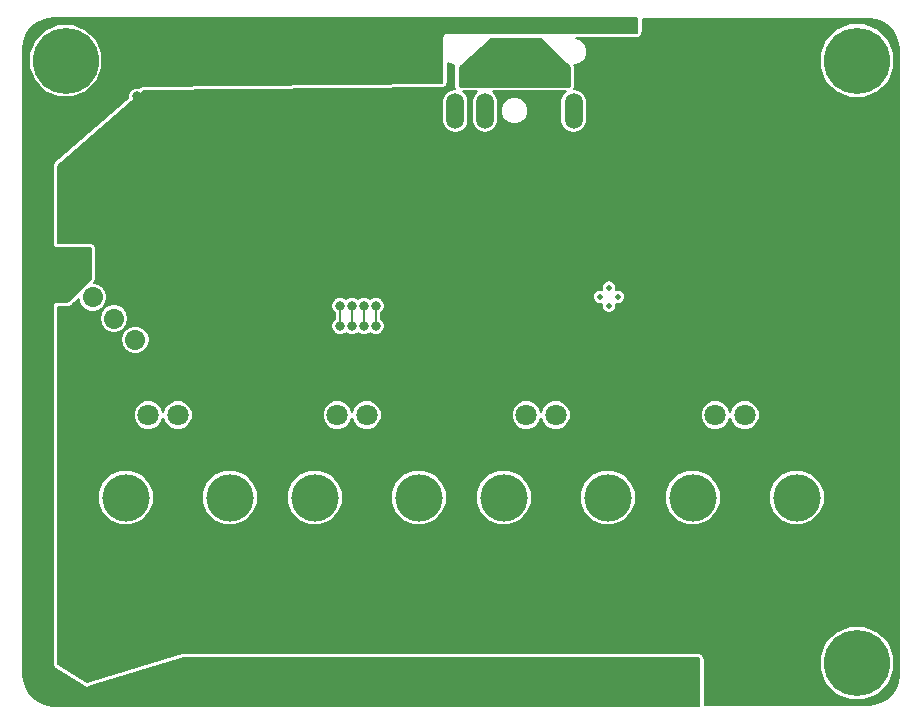
<source format=gbr>
G04 #@! TF.GenerationSoftware,KiCad,Pcbnew,(5.0.0)*
G04 #@! TF.CreationDate,2021-03-23T02:02:14-07:00*
G04 #@! TF.ProjectId,TheVolumeMixerV2,546865566F6C756D654D697865725632,rev?*
G04 #@! TF.SameCoordinates,Original*
G04 #@! TF.FileFunction,Copper,L2,Bot,Signal*
G04 #@! TF.FilePolarity,Positive*
%FSLAX46Y46*%
G04 Gerber Fmt 4.6, Leading zero omitted, Abs format (unit mm)*
G04 Created by KiCad (PCBNEW (5.0.0)) date 03/23/21 02:02:14*
%MOMM*%
%LPD*%
G01*
G04 APERTURE LIST*
G04 #@! TA.AperFunction,ComponentPad*
%ADD10C,0.508000*%
G04 #@! TD*
G04 #@! TA.AperFunction,ComponentPad*
%ADD11O,3.016000X1.508000*%
G04 #@! TD*
G04 #@! TA.AperFunction,ComponentPad*
%ADD12O,1.508000X3.016000*%
G04 #@! TD*
G04 #@! TA.AperFunction,ComponentPad*
%ADD13C,1.700000*%
G04 #@! TD*
G04 #@! TA.AperFunction,Conductor*
%ADD14C,0.100000*%
G04 #@! TD*
G04 #@! TA.AperFunction,Conductor*
%ADD15C,1.700000*%
G04 #@! TD*
G04 #@! TA.AperFunction,ComponentPad*
%ADD16C,5.600000*%
G04 #@! TD*
G04 #@! TA.AperFunction,ComponentPad*
%ADD17C,1.800000*%
G04 #@! TD*
G04 #@! TA.AperFunction,WasherPad*
%ADD18C,4.000000*%
G04 #@! TD*
G04 #@! TA.AperFunction,ViaPad*
%ADD19C,0.800000*%
G04 #@! TD*
G04 #@! TA.AperFunction,Conductor*
%ADD20C,0.152400*%
G04 #@! TD*
G04 #@! TA.AperFunction,Conductor*
%ADD21C,0.200000*%
G04 #@! TD*
G04 #@! TA.AperFunction,Conductor*
%ADD22C,0.254000*%
G04 #@! TD*
G04 APERTURE END LIST*
D10*
G04 #@! TO.P,U4,V*
G04 #@! TO.N,N/C*
X162000000Y-91787400D03*
X162787400Y-91000000D03*
X161212600Y-91000000D03*
X162000000Y-90212600D03*
G04 #@! TD*
D11*
G04 #@! TO.P,J8,1*
G04 #@! TO.N,GNDA*
X154000000Y-70250000D03*
D12*
G04 #@! TO.P,J8,2*
G04 #@! TO.N,Net-(J8-Pad2)*
X149000000Y-75250000D03*
G04 #@! TO.P,J8,3*
G04 #@! TO.N,Net-(J8-Pad3)*
X159000000Y-75250000D03*
G04 #@! TO.P,J8,4*
G04 #@! TO.N,Net-(J8-Pad4)*
X151500000Y-75250000D03*
G04 #@! TD*
D13*
G04 #@! TO.P,J3,1*
G04 #@! TO.N,+5V*
X116500000Y-89250000D03*
D14*
G04 #@! TD*
G04 #@! TO.N,+5V*
G04 #@! TO.C,J3*
G36*
X116500000Y-90452082D02*
X115297918Y-89250000D01*
X116500000Y-88047918D01*
X117702082Y-89250000D01*
X116500000Y-90452082D01*
X116500000Y-90452082D01*
G37*
D13*
G04 #@! TO.P,J3,2*
G04 #@! TO.N,/RESET'*
X118296051Y-91046051D03*
D15*
G04 #@! TD*
G04 #@! TO.N,/RESET'*
G04 #@! TO.C,J3*
X118296051Y-91046051D02*
X118296051Y-91046051D01*
D13*
G04 #@! TO.P,J3,3*
G04 #@! TO.N,/SWCLK*
X120092102Y-92842102D03*
D15*
G04 #@! TD*
G04 #@! TO.N,/SWCLK*
G04 #@! TO.C,J3*
X120092102Y-92842102D02*
X120092102Y-92842102D01*
D13*
G04 #@! TO.P,J3,4*
G04 #@! TO.N,/SWDIO*
X121888154Y-94638154D03*
D15*
G04 #@! TD*
G04 #@! TO.N,/SWDIO*
G04 #@! TO.C,J3*
X121888154Y-94638154D02*
X121888154Y-94638154D01*
D13*
G04 #@! TO.P,J3,5*
G04 #@! TO.N,GND*
X123684205Y-96434205D03*
D15*
G04 #@! TD*
G04 #@! TO.N,GND*
G04 #@! TO.C,J3*
X123684205Y-96434205D02*
X123684205Y-96434205D01*
D16*
G04 #@! TO.P,MH1,1*
G04 #@! TO.N,N/C*
X183000000Y-122000000D03*
G04 #@! TD*
G04 #@! TO.P,MH2,1*
G04 #@! TO.N,N/C*
X183000000Y-71000000D03*
G04 #@! TD*
G04 #@! TO.P,MH3,1*
G04 #@! TO.N,N/C*
X116000000Y-71000000D03*
G04 #@! TD*
D17*
G04 #@! TO.P,POT1,3*
G04 #@! TO.N,GND*
X128000000Y-101000000D03*
G04 #@! TO.P,POT1,2*
G04 #@! TO.N,/VOL1*
X125500000Y-101000000D03*
G04 #@! TO.P,POT1,1*
G04 #@! TO.N,+3V3*
X123000000Y-101000000D03*
D18*
G04 #@! TO.P,POT1,*
G04 #@! TO.N,*
X129900000Y-108000000D03*
X121100000Y-108000000D03*
G04 #@! TD*
G04 #@! TO.P,POT2,*
G04 #@! TO.N,*
X137100000Y-108000000D03*
X145900000Y-108000000D03*
D17*
G04 #@! TO.P,POT2,1*
G04 #@! TO.N,+3V3*
X139000000Y-101000000D03*
G04 #@! TO.P,POT2,2*
G04 #@! TO.N,/VOL2*
X141500000Y-101000000D03*
G04 #@! TO.P,POT2,3*
G04 #@! TO.N,GND*
X144000000Y-101000000D03*
G04 #@! TD*
G04 #@! TO.P,POT3,3*
G04 #@! TO.N,GND*
X160000000Y-101000000D03*
G04 #@! TO.P,POT3,2*
G04 #@! TO.N,/VOL3*
X157500000Y-101000000D03*
G04 #@! TO.P,POT3,1*
G04 #@! TO.N,+3V3*
X155000000Y-101000000D03*
D18*
G04 #@! TO.P,POT3,*
G04 #@! TO.N,*
X161900000Y-108000000D03*
X153100000Y-108000000D03*
G04 #@! TD*
G04 #@! TO.P,POT4,*
G04 #@! TO.N,*
X169100000Y-108000000D03*
X177900000Y-108000000D03*
D17*
G04 #@! TO.P,POT4,1*
G04 #@! TO.N,+3V3*
X171000000Y-101000000D03*
G04 #@! TO.P,POT4,2*
G04 #@! TO.N,/VOL4*
X173500000Y-101000000D03*
G04 #@! TO.P,POT4,3*
G04 #@! TO.N,GND*
X176000000Y-101000000D03*
G04 #@! TD*
D19*
G04 #@! TO.N,GND*
X115750000Y-113000000D03*
X142500000Y-77750000D03*
X168250000Y-89000000D03*
X168750000Y-90000000D03*
X122000000Y-74000000D03*
X123500000Y-74000000D03*
X125000000Y-74000000D03*
X126500000Y-74000000D03*
X123250000Y-118000000D03*
X122000000Y-118000000D03*
X123250000Y-119250000D03*
X124500000Y-118000000D03*
X123250000Y-116750000D03*
X124000000Y-81500000D03*
X125600000Y-85800000D03*
X129750000Y-83500000D03*
X134750000Y-90000000D03*
X142000000Y-83750000D03*
X167000000Y-68000000D03*
X172000000Y-68000000D03*
X177000000Y-68000000D03*
X186000000Y-75000000D03*
X186000000Y-79000000D03*
X186000000Y-84000000D03*
X186000000Y-88000000D03*
X186000000Y-93000000D03*
X186000000Y-98000000D03*
X186000000Y-103000000D03*
X186000000Y-108000000D03*
X186000000Y-108000000D03*
X186000000Y-108000000D03*
X186000000Y-113000000D03*
X186000000Y-118000000D03*
X179000000Y-125000000D03*
X174000000Y-125000000D03*
X119000000Y-85000000D03*
X126250000Y-92750000D03*
X126250000Y-94750000D03*
X135750000Y-95750000D03*
X137750000Y-95750000D03*
X144000000Y-97000000D03*
X151000000Y-97000000D03*
X145750000Y-101000000D03*
X161750000Y-101000000D03*
X177750000Y-101000000D03*
X129750000Y-101000000D03*
X121500000Y-96750000D03*
X122500000Y-97750000D03*
X123500000Y-98750000D03*
X158000000Y-92250000D03*
X157250000Y-87250000D03*
X158250000Y-87000000D03*
X167250000Y-90250000D03*
X134466709Y-80892952D03*
X162000000Y-82750000D03*
X165250000Y-82750000D03*
X116650000Y-121850000D03*
X150000000Y-92500000D03*
X165000000Y-87250000D03*
X142500000Y-87500000D03*
X166750000Y-96000000D03*
X166750000Y-98000000D03*
X115750000Y-117000000D03*
X115750000Y-115000000D03*
X160250000Y-96500000D03*
G04 #@! TO.N,+5V*
X161000000Y-68000000D03*
X162500000Y-68000000D03*
X164000000Y-68000000D03*
X147000000Y-69000000D03*
X147000000Y-70750000D03*
X147000000Y-72500000D03*
X126250000Y-122073000D03*
X134500000Y-122250000D03*
X159000000Y-122250000D03*
X150749982Y-122250000D03*
X142750006Y-122250000D03*
X167250000Y-122250000D03*
X114250000Y-119250000D03*
G04 #@! TO.N,/VOL1*
X139250000Y-93500000D03*
X139250000Y-91750000D03*
G04 #@! TO.N,/VOL2*
X140250000Y-93500000D03*
X140250000Y-91750000D03*
G04 #@! TO.N,/VOL3*
X141250000Y-93500000D03*
X141250000Y-91750000D03*
G04 #@! TO.N,/VOL4*
X142250000Y-91750000D03*
X142250000Y-93500000D03*
G04 #@! TO.N,GNDA*
X150300000Y-72000000D03*
X157700000Y-72000000D03*
G04 #@! TD*
D20*
G04 #@! TO.N,/VOL1*
X139250000Y-93500000D02*
X139250000Y-91750000D01*
G04 #@! TO.N,/VOL2*
X140250000Y-93500000D02*
X140250000Y-91750000D01*
G04 #@! TO.N,/VOL3*
X141250000Y-91750000D02*
X141250000Y-93500000D01*
G04 #@! TO.N,/VOL4*
X142250000Y-91750000D02*
X142250000Y-93500000D01*
G04 #@! TD*
D21*
G04 #@! TO.N,+5V*
G36*
X164400000Y-68530108D02*
X164364884Y-68614884D01*
X164280108Y-68650000D01*
X148200000Y-68650000D01*
X148161731Y-68657612D01*
X148020310Y-68716191D01*
X147987868Y-68737869D01*
X147966191Y-68770310D01*
X147907612Y-68911731D01*
X147900000Y-68950000D01*
X147900000Y-72782186D01*
X147865279Y-72866595D01*
X147781217Y-72902141D01*
X122572508Y-73149285D01*
X122538079Y-73155759D01*
X122409054Y-73204611D01*
X122378970Y-73222563D01*
X122240989Y-73342146D01*
X122139239Y-73300000D01*
X121860761Y-73300000D01*
X121603482Y-73406568D01*
X121406568Y-73603482D01*
X121300000Y-73860761D01*
X121300000Y-74139239D01*
X121305618Y-74152802D01*
X115003521Y-79614619D01*
X114978049Y-79648651D01*
X114909035Y-79799789D01*
X114900000Y-79841326D01*
X114900000Y-86550000D01*
X114907612Y-86588269D01*
X114966191Y-86729690D01*
X114987869Y-86762132D01*
X115020310Y-86783809D01*
X115161731Y-86842388D01*
X115200000Y-86850000D01*
X118030108Y-86850000D01*
X118114884Y-86885116D01*
X118150000Y-86969892D01*
X118150000Y-89397266D01*
X118106646Y-89501932D01*
X116251932Y-91356646D01*
X116147266Y-91400000D01*
X115200000Y-91400000D01*
X115161731Y-91407612D01*
X115020310Y-91466191D01*
X114987868Y-91487869D01*
X114966191Y-91520310D01*
X114907612Y-91661731D01*
X114900000Y-91700000D01*
X114900000Y-122140211D01*
X114912339Y-122188332D01*
X115004964Y-122357064D01*
X115038937Y-122393309D01*
X117618829Y-124035059D01*
X117658935Y-124049766D01*
X117824312Y-124072438D01*
X117866895Y-124069067D01*
X125993581Y-121606435D01*
X126037008Y-121600000D01*
X169530108Y-121600000D01*
X169614884Y-121635116D01*
X169650000Y-121719892D01*
X169650000Y-125600000D01*
X115023241Y-125600000D01*
X114402493Y-125527628D01*
X113837041Y-125322379D01*
X113333972Y-124992553D01*
X112920266Y-124555836D01*
X112618130Y-124035670D01*
X112442170Y-123454696D01*
X112400000Y-122982190D01*
X112400000Y-70383372D01*
X112900000Y-70383372D01*
X112900000Y-71616628D01*
X113371947Y-72756009D01*
X114243991Y-73628053D01*
X115383372Y-74100000D01*
X116616628Y-74100000D01*
X117756009Y-73628053D01*
X118628053Y-72756009D01*
X119100000Y-71616628D01*
X119100000Y-70383372D01*
X118628053Y-69243991D01*
X117756009Y-68371947D01*
X116616628Y-67900000D01*
X115383372Y-67900000D01*
X114243991Y-68371947D01*
X113371947Y-69243991D01*
X112900000Y-70383372D01*
X112400000Y-70383372D01*
X112400000Y-70023240D01*
X112472372Y-69402493D01*
X112677621Y-68837039D01*
X113007449Y-68333969D01*
X113444162Y-67920267D01*
X113964334Y-67618129D01*
X114545304Y-67442170D01*
X115017810Y-67400000D01*
X164400000Y-67400000D01*
X164400000Y-68530108D01*
X164400000Y-68530108D01*
G37*
X164400000Y-68530108D02*
X164364884Y-68614884D01*
X164280108Y-68650000D01*
X148200000Y-68650000D01*
X148161731Y-68657612D01*
X148020310Y-68716191D01*
X147987868Y-68737869D01*
X147966191Y-68770310D01*
X147907612Y-68911731D01*
X147900000Y-68950000D01*
X147900000Y-72782186D01*
X147865279Y-72866595D01*
X147781217Y-72902141D01*
X122572508Y-73149285D01*
X122538079Y-73155759D01*
X122409054Y-73204611D01*
X122378970Y-73222563D01*
X122240989Y-73342146D01*
X122139239Y-73300000D01*
X121860761Y-73300000D01*
X121603482Y-73406568D01*
X121406568Y-73603482D01*
X121300000Y-73860761D01*
X121300000Y-74139239D01*
X121305618Y-74152802D01*
X115003521Y-79614619D01*
X114978049Y-79648651D01*
X114909035Y-79799789D01*
X114900000Y-79841326D01*
X114900000Y-86550000D01*
X114907612Y-86588269D01*
X114966191Y-86729690D01*
X114987869Y-86762132D01*
X115020310Y-86783809D01*
X115161731Y-86842388D01*
X115200000Y-86850000D01*
X118030108Y-86850000D01*
X118114884Y-86885116D01*
X118150000Y-86969892D01*
X118150000Y-89397266D01*
X118106646Y-89501932D01*
X116251932Y-91356646D01*
X116147266Y-91400000D01*
X115200000Y-91400000D01*
X115161731Y-91407612D01*
X115020310Y-91466191D01*
X114987868Y-91487869D01*
X114966191Y-91520310D01*
X114907612Y-91661731D01*
X114900000Y-91700000D01*
X114900000Y-122140211D01*
X114912339Y-122188332D01*
X115004964Y-122357064D01*
X115038937Y-122393309D01*
X117618829Y-124035059D01*
X117658935Y-124049766D01*
X117824312Y-124072438D01*
X117866895Y-124069067D01*
X125993581Y-121606435D01*
X126037008Y-121600000D01*
X169530108Y-121600000D01*
X169614884Y-121635116D01*
X169650000Y-121719892D01*
X169650000Y-125600000D01*
X115023241Y-125600000D01*
X114402493Y-125527628D01*
X113837041Y-125322379D01*
X113333972Y-124992553D01*
X112920266Y-124555836D01*
X112618130Y-124035670D01*
X112442170Y-123454696D01*
X112400000Y-122982190D01*
X112400000Y-70383372D01*
X112900000Y-70383372D01*
X112900000Y-71616628D01*
X113371947Y-72756009D01*
X114243991Y-73628053D01*
X115383372Y-74100000D01*
X116616628Y-74100000D01*
X117756009Y-73628053D01*
X118628053Y-72756009D01*
X119100000Y-71616628D01*
X119100000Y-70383372D01*
X118628053Y-69243991D01*
X117756009Y-68371947D01*
X116616628Y-67900000D01*
X115383372Y-67900000D01*
X114243991Y-68371947D01*
X113371947Y-69243991D01*
X112900000Y-70383372D01*
X112400000Y-70383372D01*
X112400000Y-70023240D01*
X112472372Y-69402493D01*
X112677621Y-68837039D01*
X113007449Y-68333969D01*
X113444162Y-67920267D01*
X113964334Y-67618129D01*
X114545304Y-67442170D01*
X115017810Y-67400000D01*
X164400000Y-67400000D01*
X164400000Y-68530108D01*
G04 #@! TO.N,GND*
G36*
X184585926Y-67521360D02*
X185140420Y-67722632D01*
X185633740Y-68046067D01*
X186039426Y-68474318D01*
X186335708Y-68984405D01*
X186508485Y-69554871D01*
X186550000Y-70020036D01*
X186550001Y-122973851D01*
X186478641Y-123585923D01*
X186277367Y-124140423D01*
X185953932Y-124633742D01*
X185525683Y-125039425D01*
X185015595Y-125335708D01*
X184445133Y-125508484D01*
X183979965Y-125550000D01*
X170100000Y-125550000D01*
X170100000Y-121700000D01*
X170073357Y-121566060D01*
X170014778Y-121424639D01*
X169980559Y-121373426D01*
X179850000Y-121373426D01*
X179850000Y-122626574D01*
X180329559Y-123784332D01*
X181215668Y-124670441D01*
X182373426Y-125150000D01*
X183626574Y-125150000D01*
X184784332Y-124670441D01*
X185670441Y-123784332D01*
X186150000Y-122626574D01*
X186150000Y-121373426D01*
X185670441Y-120215668D01*
X184784332Y-119329559D01*
X183626574Y-118850000D01*
X182373426Y-118850000D01*
X181215668Y-119329559D01*
X180329559Y-120215668D01*
X179850000Y-121373426D01*
X169980559Y-121373426D01*
X169938909Y-121311092D01*
X169825361Y-121235222D01*
X169683940Y-121176643D01*
X169550000Y-121150000D01*
X126029638Y-121150000D01*
X125978334Y-121153781D01*
X125920332Y-121162376D01*
X125870133Y-121173636D01*
X117809622Y-123616215D01*
X117795864Y-123614329D01*
X115356250Y-122061847D01*
X115350000Y-122050461D01*
X115350000Y-107532556D01*
X118750000Y-107532556D01*
X118750000Y-108467444D01*
X119107766Y-109331168D01*
X119768832Y-109992234D01*
X120632556Y-110350000D01*
X121567444Y-110350000D01*
X122431168Y-109992234D01*
X123092234Y-109331168D01*
X123450000Y-108467444D01*
X123450000Y-107532556D01*
X127550000Y-107532556D01*
X127550000Y-108467444D01*
X127907766Y-109331168D01*
X128568832Y-109992234D01*
X129432556Y-110350000D01*
X130367444Y-110350000D01*
X131231168Y-109992234D01*
X131892234Y-109331168D01*
X132250000Y-108467444D01*
X132250000Y-107532556D01*
X134750000Y-107532556D01*
X134750000Y-108467444D01*
X135107766Y-109331168D01*
X135768832Y-109992234D01*
X136632556Y-110350000D01*
X137567444Y-110350000D01*
X138431168Y-109992234D01*
X139092234Y-109331168D01*
X139450000Y-108467444D01*
X139450000Y-107532556D01*
X143550000Y-107532556D01*
X143550000Y-108467444D01*
X143907766Y-109331168D01*
X144568832Y-109992234D01*
X145432556Y-110350000D01*
X146367444Y-110350000D01*
X147231168Y-109992234D01*
X147892234Y-109331168D01*
X148250000Y-108467444D01*
X148250000Y-107532556D01*
X150750000Y-107532556D01*
X150750000Y-108467444D01*
X151107766Y-109331168D01*
X151768832Y-109992234D01*
X152632556Y-110350000D01*
X153567444Y-110350000D01*
X154431168Y-109992234D01*
X155092234Y-109331168D01*
X155450000Y-108467444D01*
X155450000Y-107532556D01*
X159550000Y-107532556D01*
X159550000Y-108467444D01*
X159907766Y-109331168D01*
X160568832Y-109992234D01*
X161432556Y-110350000D01*
X162367444Y-110350000D01*
X163231168Y-109992234D01*
X163892234Y-109331168D01*
X164250000Y-108467444D01*
X164250000Y-107532556D01*
X166750000Y-107532556D01*
X166750000Y-108467444D01*
X167107766Y-109331168D01*
X167768832Y-109992234D01*
X168632556Y-110350000D01*
X169567444Y-110350000D01*
X170431168Y-109992234D01*
X171092234Y-109331168D01*
X171450000Y-108467444D01*
X171450000Y-107532556D01*
X175550000Y-107532556D01*
X175550000Y-108467444D01*
X175907766Y-109331168D01*
X176568832Y-109992234D01*
X177432556Y-110350000D01*
X178367444Y-110350000D01*
X179231168Y-109992234D01*
X179892234Y-109331168D01*
X180250000Y-108467444D01*
X180250000Y-107532556D01*
X179892234Y-106668832D01*
X179231168Y-106007766D01*
X178367444Y-105650000D01*
X177432556Y-105650000D01*
X176568832Y-106007766D01*
X175907766Y-106668832D01*
X175550000Y-107532556D01*
X171450000Y-107532556D01*
X171092234Y-106668832D01*
X170431168Y-106007766D01*
X169567444Y-105650000D01*
X168632556Y-105650000D01*
X167768832Y-106007766D01*
X167107766Y-106668832D01*
X166750000Y-107532556D01*
X164250000Y-107532556D01*
X163892234Y-106668832D01*
X163231168Y-106007766D01*
X162367444Y-105650000D01*
X161432556Y-105650000D01*
X160568832Y-106007766D01*
X159907766Y-106668832D01*
X159550000Y-107532556D01*
X155450000Y-107532556D01*
X155092234Y-106668832D01*
X154431168Y-106007766D01*
X153567444Y-105650000D01*
X152632556Y-105650000D01*
X151768832Y-106007766D01*
X151107766Y-106668832D01*
X150750000Y-107532556D01*
X148250000Y-107532556D01*
X147892234Y-106668832D01*
X147231168Y-106007766D01*
X146367444Y-105650000D01*
X145432556Y-105650000D01*
X144568832Y-106007766D01*
X143907766Y-106668832D01*
X143550000Y-107532556D01*
X139450000Y-107532556D01*
X139092234Y-106668832D01*
X138431168Y-106007766D01*
X137567444Y-105650000D01*
X136632556Y-105650000D01*
X135768832Y-106007766D01*
X135107766Y-106668832D01*
X134750000Y-107532556D01*
X132250000Y-107532556D01*
X131892234Y-106668832D01*
X131231168Y-106007766D01*
X130367444Y-105650000D01*
X129432556Y-105650000D01*
X128568832Y-106007766D01*
X127907766Y-106668832D01*
X127550000Y-107532556D01*
X123450000Y-107532556D01*
X123092234Y-106668832D01*
X122431168Y-106007766D01*
X121567444Y-105650000D01*
X120632556Y-105650000D01*
X119768832Y-106007766D01*
X119107766Y-106668832D01*
X118750000Y-107532556D01*
X115350000Y-107532556D01*
X115350000Y-100751360D01*
X121750000Y-100751360D01*
X121750000Y-101248640D01*
X121940301Y-101708068D01*
X122291932Y-102059699D01*
X122751360Y-102250000D01*
X123248640Y-102250000D01*
X123708068Y-102059699D01*
X124059699Y-101708068D01*
X124250000Y-101248640D01*
X124440301Y-101708068D01*
X124791932Y-102059699D01*
X125251360Y-102250000D01*
X125748640Y-102250000D01*
X126208068Y-102059699D01*
X126559699Y-101708068D01*
X126750000Y-101248640D01*
X126750000Y-100751360D01*
X137750000Y-100751360D01*
X137750000Y-101248640D01*
X137940301Y-101708068D01*
X138291932Y-102059699D01*
X138751360Y-102250000D01*
X139248640Y-102250000D01*
X139708068Y-102059699D01*
X140059699Y-101708068D01*
X140250000Y-101248640D01*
X140440301Y-101708068D01*
X140791932Y-102059699D01*
X141251360Y-102250000D01*
X141748640Y-102250000D01*
X142208068Y-102059699D01*
X142559699Y-101708068D01*
X142750000Y-101248640D01*
X142750000Y-100751360D01*
X153750000Y-100751360D01*
X153750000Y-101248640D01*
X153940301Y-101708068D01*
X154291932Y-102059699D01*
X154751360Y-102250000D01*
X155248640Y-102250000D01*
X155708068Y-102059699D01*
X156059699Y-101708068D01*
X156250000Y-101248640D01*
X156440301Y-101708068D01*
X156791932Y-102059699D01*
X157251360Y-102250000D01*
X157748640Y-102250000D01*
X158208068Y-102059699D01*
X158559699Y-101708068D01*
X158750000Y-101248640D01*
X158750000Y-100751360D01*
X169750000Y-100751360D01*
X169750000Y-101248640D01*
X169940301Y-101708068D01*
X170291932Y-102059699D01*
X170751360Y-102250000D01*
X171248640Y-102250000D01*
X171708068Y-102059699D01*
X172059699Y-101708068D01*
X172250000Y-101248640D01*
X172440301Y-101708068D01*
X172791932Y-102059699D01*
X173251360Y-102250000D01*
X173748640Y-102250000D01*
X174208068Y-102059699D01*
X174559699Y-101708068D01*
X174750000Y-101248640D01*
X174750000Y-100751360D01*
X174559699Y-100291932D01*
X174208068Y-99940301D01*
X173748640Y-99750000D01*
X173251360Y-99750000D01*
X172791932Y-99940301D01*
X172440301Y-100291932D01*
X172250000Y-100751360D01*
X172059699Y-100291932D01*
X171708068Y-99940301D01*
X171248640Y-99750000D01*
X170751360Y-99750000D01*
X170291932Y-99940301D01*
X169940301Y-100291932D01*
X169750000Y-100751360D01*
X158750000Y-100751360D01*
X158559699Y-100291932D01*
X158208068Y-99940301D01*
X157748640Y-99750000D01*
X157251360Y-99750000D01*
X156791932Y-99940301D01*
X156440301Y-100291932D01*
X156250000Y-100751360D01*
X156059699Y-100291932D01*
X155708068Y-99940301D01*
X155248640Y-99750000D01*
X154751360Y-99750000D01*
X154291932Y-99940301D01*
X153940301Y-100291932D01*
X153750000Y-100751360D01*
X142750000Y-100751360D01*
X142559699Y-100291932D01*
X142208068Y-99940301D01*
X141748640Y-99750000D01*
X141251360Y-99750000D01*
X140791932Y-99940301D01*
X140440301Y-100291932D01*
X140250000Y-100751360D01*
X140059699Y-100291932D01*
X139708068Y-99940301D01*
X139248640Y-99750000D01*
X138751360Y-99750000D01*
X138291932Y-99940301D01*
X137940301Y-100291932D01*
X137750000Y-100751360D01*
X126750000Y-100751360D01*
X126559699Y-100291932D01*
X126208068Y-99940301D01*
X125748640Y-99750000D01*
X125251360Y-99750000D01*
X124791932Y-99940301D01*
X124440301Y-100291932D01*
X124250000Y-100751360D01*
X124059699Y-100291932D01*
X123708068Y-99940301D01*
X123248640Y-99750000D01*
X122751360Y-99750000D01*
X122291932Y-99940301D01*
X121940301Y-100291932D01*
X121750000Y-100751360D01*
X115350000Y-100751360D01*
X115350000Y-94638154D01*
X120664645Y-94638154D01*
X120757779Y-95106371D01*
X121023002Y-95503306D01*
X121419937Y-95768529D01*
X121769966Y-95838154D01*
X122006342Y-95838154D01*
X122356371Y-95768529D01*
X122753306Y-95503306D01*
X123018529Y-95106371D01*
X123111663Y-94638154D01*
X123018529Y-94169937D01*
X122753306Y-93773002D01*
X122356371Y-93507779D01*
X122006342Y-93438154D01*
X121769966Y-93438154D01*
X121419937Y-93507779D01*
X121023002Y-93773002D01*
X120757779Y-94169937D01*
X120664645Y-94638154D01*
X115350000Y-94638154D01*
X115350000Y-92842102D01*
X118868593Y-92842102D01*
X118961727Y-93310319D01*
X119226950Y-93707254D01*
X119623885Y-93972477D01*
X119973914Y-94042102D01*
X120210290Y-94042102D01*
X120560319Y-93972477D01*
X120957254Y-93707254D01*
X121222477Y-93310319D01*
X121315611Y-92842102D01*
X121222477Y-92373885D01*
X120957254Y-91976950D01*
X120560319Y-91711727D01*
X120210290Y-91642102D01*
X119973914Y-91642102D01*
X119623885Y-91711727D01*
X119226950Y-91976950D01*
X118961727Y-92373885D01*
X118868593Y-92842102D01*
X115350000Y-92842102D01*
X115350000Y-91850000D01*
X116167157Y-91850000D01*
X116301096Y-91823358D01*
X116442518Y-91764779D01*
X116556066Y-91688908D01*
X117093510Y-91151464D01*
X117165676Y-91514268D01*
X117430899Y-91911203D01*
X117827834Y-92176426D01*
X118177863Y-92246051D01*
X118414239Y-92246051D01*
X118764268Y-92176426D01*
X119161203Y-91911203D01*
X119368596Y-91600816D01*
X138500000Y-91600816D01*
X138500000Y-91899184D01*
X138614181Y-92174841D01*
X138823801Y-92384461D01*
X138823800Y-92865540D01*
X138614181Y-93075159D01*
X138500000Y-93350816D01*
X138500000Y-93649184D01*
X138614181Y-93924841D01*
X138825159Y-94135819D01*
X139100816Y-94250000D01*
X139399184Y-94250000D01*
X139674841Y-94135819D01*
X139750000Y-94060660D01*
X139825159Y-94135819D01*
X140100816Y-94250000D01*
X140399184Y-94250000D01*
X140674841Y-94135819D01*
X140750000Y-94060660D01*
X140825159Y-94135819D01*
X141100816Y-94250000D01*
X141399184Y-94250000D01*
X141674841Y-94135819D01*
X141750000Y-94060660D01*
X141825159Y-94135819D01*
X142100816Y-94250000D01*
X142399184Y-94250000D01*
X142674841Y-94135819D01*
X142885819Y-93924841D01*
X143000000Y-93649184D01*
X143000000Y-93350816D01*
X142885819Y-93075159D01*
X142676200Y-92865540D01*
X142676200Y-92384460D01*
X142885819Y-92174841D01*
X143000000Y-91899184D01*
X143000000Y-91600816D01*
X142885819Y-91325159D01*
X142674841Y-91114181D01*
X142399184Y-91000000D01*
X142100816Y-91000000D01*
X141825159Y-91114181D01*
X141750000Y-91189340D01*
X141674841Y-91114181D01*
X141399184Y-91000000D01*
X141100816Y-91000000D01*
X140825159Y-91114181D01*
X140750000Y-91189340D01*
X140674841Y-91114181D01*
X140399184Y-91000000D01*
X140100816Y-91000000D01*
X139825159Y-91114181D01*
X139750000Y-91189340D01*
X139674841Y-91114181D01*
X139399184Y-91000000D01*
X139100816Y-91000000D01*
X138825159Y-91114181D01*
X138614181Y-91325159D01*
X138500000Y-91600816D01*
X119368596Y-91600816D01*
X119426426Y-91514268D01*
X119519560Y-91046051D01*
X119486503Y-90879857D01*
X160608600Y-90879857D01*
X160608600Y-91120143D01*
X160700554Y-91342138D01*
X160870462Y-91512046D01*
X161092457Y-91604000D01*
X161332743Y-91604000D01*
X161440730Y-91559270D01*
X161396000Y-91667257D01*
X161396000Y-91907543D01*
X161487954Y-92129538D01*
X161657862Y-92299446D01*
X161879857Y-92391400D01*
X162120143Y-92391400D01*
X162342138Y-92299446D01*
X162512046Y-92129538D01*
X162604000Y-91907543D01*
X162604000Y-91667257D01*
X162559270Y-91559270D01*
X162667257Y-91604000D01*
X162907543Y-91604000D01*
X163129538Y-91512046D01*
X163299446Y-91342138D01*
X163391400Y-91120143D01*
X163391400Y-90879857D01*
X163299446Y-90657862D01*
X163129538Y-90487954D01*
X162907543Y-90396000D01*
X162667257Y-90396000D01*
X162559270Y-90440730D01*
X162604000Y-90332743D01*
X162604000Y-90092457D01*
X162512046Y-89870462D01*
X162342138Y-89700554D01*
X162120143Y-89608600D01*
X161879857Y-89608600D01*
X161657862Y-89700554D01*
X161487954Y-89870462D01*
X161396000Y-90092457D01*
X161396000Y-90332743D01*
X161440730Y-90440730D01*
X161332743Y-90396000D01*
X161092457Y-90396000D01*
X160870462Y-90487954D01*
X160700554Y-90657862D01*
X160608600Y-90879857D01*
X119486503Y-90879857D01*
X119426426Y-90577834D01*
X119161203Y-90180899D01*
X118764268Y-89915676D01*
X118414239Y-89846051D01*
X118398923Y-89846051D01*
X118438908Y-89806066D01*
X118514779Y-89692518D01*
X118573358Y-89551096D01*
X118600000Y-89417157D01*
X118600000Y-86950000D01*
X118573357Y-86816060D01*
X118514778Y-86674639D01*
X118438909Y-86561092D01*
X118325361Y-86485222D01*
X118183940Y-86426643D01*
X118050000Y-86400000D01*
X115350000Y-86400000D01*
X115350000Y-79917456D01*
X115355770Y-79904819D01*
X122626631Y-73603407D01*
X122639188Y-73598653D01*
X147805392Y-73351925D01*
X147938274Y-73324306D01*
X148078426Y-73265042D01*
X148190207Y-73189558D01*
X148265798Y-73075824D01*
X148323685Y-72935097D01*
X148350000Y-72801951D01*
X148350000Y-71225512D01*
X148771251Y-71400000D01*
X148919891Y-71400000D01*
X148900000Y-71500000D01*
X148900000Y-73250000D01*
X148926642Y-73383939D01*
X148927246Y-73384844D01*
X148569242Y-73456055D01*
X148204062Y-73700061D01*
X147960056Y-74065241D01*
X147896000Y-74387268D01*
X147896000Y-76112731D01*
X147960055Y-76434758D01*
X148204061Y-76799939D01*
X148569241Y-77043945D01*
X149000000Y-77129628D01*
X149430758Y-77043945D01*
X149795939Y-76799939D01*
X150039945Y-76434759D01*
X150104000Y-76112732D01*
X150104000Y-74387268D01*
X150039945Y-74065241D01*
X149795939Y-73700061D01*
X149646187Y-73600000D01*
X150853814Y-73600000D01*
X150704062Y-73700061D01*
X150460056Y-74065241D01*
X150396000Y-74387268D01*
X150396000Y-76112731D01*
X150460055Y-76434758D01*
X150704061Y-76799939D01*
X151069241Y-77043945D01*
X151500000Y-77129628D01*
X151930758Y-77043945D01*
X152295939Y-76799939D01*
X152539945Y-76434759D01*
X152604000Y-76112732D01*
X152604000Y-75021251D01*
X152850000Y-75021251D01*
X152850000Y-75478749D01*
X153025077Y-75901423D01*
X153348577Y-76224923D01*
X153771251Y-76400000D01*
X154228749Y-76400000D01*
X154651423Y-76224923D01*
X154974923Y-75901423D01*
X155150000Y-75478749D01*
X155150000Y-75021251D01*
X154974923Y-74598577D01*
X154651423Y-74275077D01*
X154228749Y-74100000D01*
X153771251Y-74100000D01*
X153348577Y-74275077D01*
X153025077Y-74598577D01*
X152850000Y-75021251D01*
X152604000Y-75021251D01*
X152604000Y-74387268D01*
X152539945Y-74065241D01*
X152295939Y-73700061D01*
X152146187Y-73600000D01*
X158353814Y-73600000D01*
X158204062Y-73700061D01*
X157960056Y-74065241D01*
X157896000Y-74387268D01*
X157896000Y-76112731D01*
X157960055Y-76434758D01*
X158204061Y-76799939D01*
X158569241Y-77043945D01*
X159000000Y-77129628D01*
X159430758Y-77043945D01*
X159795939Y-76799939D01*
X160039945Y-76434759D01*
X160104000Y-76112732D01*
X160104000Y-74387268D01*
X160039945Y-74065241D01*
X159795939Y-73700061D01*
X159430759Y-73456055D01*
X159072754Y-73384844D01*
X159073358Y-73383939D01*
X159100000Y-73250000D01*
X159100000Y-71500000D01*
X159080109Y-71400000D01*
X159228749Y-71400000D01*
X159651423Y-71224923D01*
X159974923Y-70901423D01*
X160150000Y-70478749D01*
X160150000Y-70373426D01*
X179850000Y-70373426D01*
X179850000Y-71626574D01*
X180329559Y-72784332D01*
X181215668Y-73670441D01*
X182373426Y-74150000D01*
X183626574Y-74150000D01*
X184784332Y-73670441D01*
X185670441Y-72784332D01*
X186150000Y-71626574D01*
X186150000Y-70373426D01*
X185670441Y-69215668D01*
X184784332Y-68329559D01*
X183626574Y-67850000D01*
X182373426Y-67850000D01*
X181215668Y-68329559D01*
X180329559Y-69215668D01*
X179850000Y-70373426D01*
X160150000Y-70373426D01*
X160150000Y-70021251D01*
X159974923Y-69598577D01*
X159651423Y-69275077D01*
X159228749Y-69100000D01*
X164300000Y-69100000D01*
X164433940Y-69073357D01*
X164575361Y-69014778D01*
X164688908Y-68938909D01*
X164764778Y-68825361D01*
X164823357Y-68683940D01*
X164850000Y-68550000D01*
X164850000Y-67450000D01*
X183973860Y-67450000D01*
X184585926Y-67521360D01*
X184585926Y-67521360D01*
G37*
X184585926Y-67521360D02*
X185140420Y-67722632D01*
X185633740Y-68046067D01*
X186039426Y-68474318D01*
X186335708Y-68984405D01*
X186508485Y-69554871D01*
X186550000Y-70020036D01*
X186550001Y-122973851D01*
X186478641Y-123585923D01*
X186277367Y-124140423D01*
X185953932Y-124633742D01*
X185525683Y-125039425D01*
X185015595Y-125335708D01*
X184445133Y-125508484D01*
X183979965Y-125550000D01*
X170100000Y-125550000D01*
X170100000Y-121700000D01*
X170073357Y-121566060D01*
X170014778Y-121424639D01*
X169980559Y-121373426D01*
X179850000Y-121373426D01*
X179850000Y-122626574D01*
X180329559Y-123784332D01*
X181215668Y-124670441D01*
X182373426Y-125150000D01*
X183626574Y-125150000D01*
X184784332Y-124670441D01*
X185670441Y-123784332D01*
X186150000Y-122626574D01*
X186150000Y-121373426D01*
X185670441Y-120215668D01*
X184784332Y-119329559D01*
X183626574Y-118850000D01*
X182373426Y-118850000D01*
X181215668Y-119329559D01*
X180329559Y-120215668D01*
X179850000Y-121373426D01*
X169980559Y-121373426D01*
X169938909Y-121311092D01*
X169825361Y-121235222D01*
X169683940Y-121176643D01*
X169550000Y-121150000D01*
X126029638Y-121150000D01*
X125978334Y-121153781D01*
X125920332Y-121162376D01*
X125870133Y-121173636D01*
X117809622Y-123616215D01*
X117795864Y-123614329D01*
X115356250Y-122061847D01*
X115350000Y-122050461D01*
X115350000Y-107532556D01*
X118750000Y-107532556D01*
X118750000Y-108467444D01*
X119107766Y-109331168D01*
X119768832Y-109992234D01*
X120632556Y-110350000D01*
X121567444Y-110350000D01*
X122431168Y-109992234D01*
X123092234Y-109331168D01*
X123450000Y-108467444D01*
X123450000Y-107532556D01*
X127550000Y-107532556D01*
X127550000Y-108467444D01*
X127907766Y-109331168D01*
X128568832Y-109992234D01*
X129432556Y-110350000D01*
X130367444Y-110350000D01*
X131231168Y-109992234D01*
X131892234Y-109331168D01*
X132250000Y-108467444D01*
X132250000Y-107532556D01*
X134750000Y-107532556D01*
X134750000Y-108467444D01*
X135107766Y-109331168D01*
X135768832Y-109992234D01*
X136632556Y-110350000D01*
X137567444Y-110350000D01*
X138431168Y-109992234D01*
X139092234Y-109331168D01*
X139450000Y-108467444D01*
X139450000Y-107532556D01*
X143550000Y-107532556D01*
X143550000Y-108467444D01*
X143907766Y-109331168D01*
X144568832Y-109992234D01*
X145432556Y-110350000D01*
X146367444Y-110350000D01*
X147231168Y-109992234D01*
X147892234Y-109331168D01*
X148250000Y-108467444D01*
X148250000Y-107532556D01*
X150750000Y-107532556D01*
X150750000Y-108467444D01*
X151107766Y-109331168D01*
X151768832Y-109992234D01*
X152632556Y-110350000D01*
X153567444Y-110350000D01*
X154431168Y-109992234D01*
X155092234Y-109331168D01*
X155450000Y-108467444D01*
X155450000Y-107532556D01*
X159550000Y-107532556D01*
X159550000Y-108467444D01*
X159907766Y-109331168D01*
X160568832Y-109992234D01*
X161432556Y-110350000D01*
X162367444Y-110350000D01*
X163231168Y-109992234D01*
X163892234Y-109331168D01*
X164250000Y-108467444D01*
X164250000Y-107532556D01*
X166750000Y-107532556D01*
X166750000Y-108467444D01*
X167107766Y-109331168D01*
X167768832Y-109992234D01*
X168632556Y-110350000D01*
X169567444Y-110350000D01*
X170431168Y-109992234D01*
X171092234Y-109331168D01*
X171450000Y-108467444D01*
X171450000Y-107532556D01*
X175550000Y-107532556D01*
X175550000Y-108467444D01*
X175907766Y-109331168D01*
X176568832Y-109992234D01*
X177432556Y-110350000D01*
X178367444Y-110350000D01*
X179231168Y-109992234D01*
X179892234Y-109331168D01*
X180250000Y-108467444D01*
X180250000Y-107532556D01*
X179892234Y-106668832D01*
X179231168Y-106007766D01*
X178367444Y-105650000D01*
X177432556Y-105650000D01*
X176568832Y-106007766D01*
X175907766Y-106668832D01*
X175550000Y-107532556D01*
X171450000Y-107532556D01*
X171092234Y-106668832D01*
X170431168Y-106007766D01*
X169567444Y-105650000D01*
X168632556Y-105650000D01*
X167768832Y-106007766D01*
X167107766Y-106668832D01*
X166750000Y-107532556D01*
X164250000Y-107532556D01*
X163892234Y-106668832D01*
X163231168Y-106007766D01*
X162367444Y-105650000D01*
X161432556Y-105650000D01*
X160568832Y-106007766D01*
X159907766Y-106668832D01*
X159550000Y-107532556D01*
X155450000Y-107532556D01*
X155092234Y-106668832D01*
X154431168Y-106007766D01*
X153567444Y-105650000D01*
X152632556Y-105650000D01*
X151768832Y-106007766D01*
X151107766Y-106668832D01*
X150750000Y-107532556D01*
X148250000Y-107532556D01*
X147892234Y-106668832D01*
X147231168Y-106007766D01*
X146367444Y-105650000D01*
X145432556Y-105650000D01*
X144568832Y-106007766D01*
X143907766Y-106668832D01*
X143550000Y-107532556D01*
X139450000Y-107532556D01*
X139092234Y-106668832D01*
X138431168Y-106007766D01*
X137567444Y-105650000D01*
X136632556Y-105650000D01*
X135768832Y-106007766D01*
X135107766Y-106668832D01*
X134750000Y-107532556D01*
X132250000Y-107532556D01*
X131892234Y-106668832D01*
X131231168Y-106007766D01*
X130367444Y-105650000D01*
X129432556Y-105650000D01*
X128568832Y-106007766D01*
X127907766Y-106668832D01*
X127550000Y-107532556D01*
X123450000Y-107532556D01*
X123092234Y-106668832D01*
X122431168Y-106007766D01*
X121567444Y-105650000D01*
X120632556Y-105650000D01*
X119768832Y-106007766D01*
X119107766Y-106668832D01*
X118750000Y-107532556D01*
X115350000Y-107532556D01*
X115350000Y-100751360D01*
X121750000Y-100751360D01*
X121750000Y-101248640D01*
X121940301Y-101708068D01*
X122291932Y-102059699D01*
X122751360Y-102250000D01*
X123248640Y-102250000D01*
X123708068Y-102059699D01*
X124059699Y-101708068D01*
X124250000Y-101248640D01*
X124440301Y-101708068D01*
X124791932Y-102059699D01*
X125251360Y-102250000D01*
X125748640Y-102250000D01*
X126208068Y-102059699D01*
X126559699Y-101708068D01*
X126750000Y-101248640D01*
X126750000Y-100751360D01*
X137750000Y-100751360D01*
X137750000Y-101248640D01*
X137940301Y-101708068D01*
X138291932Y-102059699D01*
X138751360Y-102250000D01*
X139248640Y-102250000D01*
X139708068Y-102059699D01*
X140059699Y-101708068D01*
X140250000Y-101248640D01*
X140440301Y-101708068D01*
X140791932Y-102059699D01*
X141251360Y-102250000D01*
X141748640Y-102250000D01*
X142208068Y-102059699D01*
X142559699Y-101708068D01*
X142750000Y-101248640D01*
X142750000Y-100751360D01*
X153750000Y-100751360D01*
X153750000Y-101248640D01*
X153940301Y-101708068D01*
X154291932Y-102059699D01*
X154751360Y-102250000D01*
X155248640Y-102250000D01*
X155708068Y-102059699D01*
X156059699Y-101708068D01*
X156250000Y-101248640D01*
X156440301Y-101708068D01*
X156791932Y-102059699D01*
X157251360Y-102250000D01*
X157748640Y-102250000D01*
X158208068Y-102059699D01*
X158559699Y-101708068D01*
X158750000Y-101248640D01*
X158750000Y-100751360D01*
X169750000Y-100751360D01*
X169750000Y-101248640D01*
X169940301Y-101708068D01*
X170291932Y-102059699D01*
X170751360Y-102250000D01*
X171248640Y-102250000D01*
X171708068Y-102059699D01*
X172059699Y-101708068D01*
X172250000Y-101248640D01*
X172440301Y-101708068D01*
X172791932Y-102059699D01*
X173251360Y-102250000D01*
X173748640Y-102250000D01*
X174208068Y-102059699D01*
X174559699Y-101708068D01*
X174750000Y-101248640D01*
X174750000Y-100751360D01*
X174559699Y-100291932D01*
X174208068Y-99940301D01*
X173748640Y-99750000D01*
X173251360Y-99750000D01*
X172791932Y-99940301D01*
X172440301Y-100291932D01*
X172250000Y-100751360D01*
X172059699Y-100291932D01*
X171708068Y-99940301D01*
X171248640Y-99750000D01*
X170751360Y-99750000D01*
X170291932Y-99940301D01*
X169940301Y-100291932D01*
X169750000Y-100751360D01*
X158750000Y-100751360D01*
X158559699Y-100291932D01*
X158208068Y-99940301D01*
X157748640Y-99750000D01*
X157251360Y-99750000D01*
X156791932Y-99940301D01*
X156440301Y-100291932D01*
X156250000Y-100751360D01*
X156059699Y-100291932D01*
X155708068Y-99940301D01*
X155248640Y-99750000D01*
X154751360Y-99750000D01*
X154291932Y-99940301D01*
X153940301Y-100291932D01*
X153750000Y-100751360D01*
X142750000Y-100751360D01*
X142559699Y-100291932D01*
X142208068Y-99940301D01*
X141748640Y-99750000D01*
X141251360Y-99750000D01*
X140791932Y-99940301D01*
X140440301Y-100291932D01*
X140250000Y-100751360D01*
X140059699Y-100291932D01*
X139708068Y-99940301D01*
X139248640Y-99750000D01*
X138751360Y-99750000D01*
X138291932Y-99940301D01*
X137940301Y-100291932D01*
X137750000Y-100751360D01*
X126750000Y-100751360D01*
X126559699Y-100291932D01*
X126208068Y-99940301D01*
X125748640Y-99750000D01*
X125251360Y-99750000D01*
X124791932Y-99940301D01*
X124440301Y-100291932D01*
X124250000Y-100751360D01*
X124059699Y-100291932D01*
X123708068Y-99940301D01*
X123248640Y-99750000D01*
X122751360Y-99750000D01*
X122291932Y-99940301D01*
X121940301Y-100291932D01*
X121750000Y-100751360D01*
X115350000Y-100751360D01*
X115350000Y-94638154D01*
X120664645Y-94638154D01*
X120757779Y-95106371D01*
X121023002Y-95503306D01*
X121419937Y-95768529D01*
X121769966Y-95838154D01*
X122006342Y-95838154D01*
X122356371Y-95768529D01*
X122753306Y-95503306D01*
X123018529Y-95106371D01*
X123111663Y-94638154D01*
X123018529Y-94169937D01*
X122753306Y-93773002D01*
X122356371Y-93507779D01*
X122006342Y-93438154D01*
X121769966Y-93438154D01*
X121419937Y-93507779D01*
X121023002Y-93773002D01*
X120757779Y-94169937D01*
X120664645Y-94638154D01*
X115350000Y-94638154D01*
X115350000Y-92842102D01*
X118868593Y-92842102D01*
X118961727Y-93310319D01*
X119226950Y-93707254D01*
X119623885Y-93972477D01*
X119973914Y-94042102D01*
X120210290Y-94042102D01*
X120560319Y-93972477D01*
X120957254Y-93707254D01*
X121222477Y-93310319D01*
X121315611Y-92842102D01*
X121222477Y-92373885D01*
X120957254Y-91976950D01*
X120560319Y-91711727D01*
X120210290Y-91642102D01*
X119973914Y-91642102D01*
X119623885Y-91711727D01*
X119226950Y-91976950D01*
X118961727Y-92373885D01*
X118868593Y-92842102D01*
X115350000Y-92842102D01*
X115350000Y-91850000D01*
X116167157Y-91850000D01*
X116301096Y-91823358D01*
X116442518Y-91764779D01*
X116556066Y-91688908D01*
X117093510Y-91151464D01*
X117165676Y-91514268D01*
X117430899Y-91911203D01*
X117827834Y-92176426D01*
X118177863Y-92246051D01*
X118414239Y-92246051D01*
X118764268Y-92176426D01*
X119161203Y-91911203D01*
X119368596Y-91600816D01*
X138500000Y-91600816D01*
X138500000Y-91899184D01*
X138614181Y-92174841D01*
X138823801Y-92384461D01*
X138823800Y-92865540D01*
X138614181Y-93075159D01*
X138500000Y-93350816D01*
X138500000Y-93649184D01*
X138614181Y-93924841D01*
X138825159Y-94135819D01*
X139100816Y-94250000D01*
X139399184Y-94250000D01*
X139674841Y-94135819D01*
X139750000Y-94060660D01*
X139825159Y-94135819D01*
X140100816Y-94250000D01*
X140399184Y-94250000D01*
X140674841Y-94135819D01*
X140750000Y-94060660D01*
X140825159Y-94135819D01*
X141100816Y-94250000D01*
X141399184Y-94250000D01*
X141674841Y-94135819D01*
X141750000Y-94060660D01*
X141825159Y-94135819D01*
X142100816Y-94250000D01*
X142399184Y-94250000D01*
X142674841Y-94135819D01*
X142885819Y-93924841D01*
X143000000Y-93649184D01*
X143000000Y-93350816D01*
X142885819Y-93075159D01*
X142676200Y-92865540D01*
X142676200Y-92384460D01*
X142885819Y-92174841D01*
X143000000Y-91899184D01*
X143000000Y-91600816D01*
X142885819Y-91325159D01*
X142674841Y-91114181D01*
X142399184Y-91000000D01*
X142100816Y-91000000D01*
X141825159Y-91114181D01*
X141750000Y-91189340D01*
X141674841Y-91114181D01*
X141399184Y-91000000D01*
X141100816Y-91000000D01*
X140825159Y-91114181D01*
X140750000Y-91189340D01*
X140674841Y-91114181D01*
X140399184Y-91000000D01*
X140100816Y-91000000D01*
X139825159Y-91114181D01*
X139750000Y-91189340D01*
X139674841Y-91114181D01*
X139399184Y-91000000D01*
X139100816Y-91000000D01*
X138825159Y-91114181D01*
X138614181Y-91325159D01*
X138500000Y-91600816D01*
X119368596Y-91600816D01*
X119426426Y-91514268D01*
X119519560Y-91046051D01*
X119486503Y-90879857D01*
X160608600Y-90879857D01*
X160608600Y-91120143D01*
X160700554Y-91342138D01*
X160870462Y-91512046D01*
X161092457Y-91604000D01*
X161332743Y-91604000D01*
X161440730Y-91559270D01*
X161396000Y-91667257D01*
X161396000Y-91907543D01*
X161487954Y-92129538D01*
X161657862Y-92299446D01*
X161879857Y-92391400D01*
X162120143Y-92391400D01*
X162342138Y-92299446D01*
X162512046Y-92129538D01*
X162604000Y-91907543D01*
X162604000Y-91667257D01*
X162559270Y-91559270D01*
X162667257Y-91604000D01*
X162907543Y-91604000D01*
X163129538Y-91512046D01*
X163299446Y-91342138D01*
X163391400Y-91120143D01*
X163391400Y-90879857D01*
X163299446Y-90657862D01*
X163129538Y-90487954D01*
X162907543Y-90396000D01*
X162667257Y-90396000D01*
X162559270Y-90440730D01*
X162604000Y-90332743D01*
X162604000Y-90092457D01*
X162512046Y-89870462D01*
X162342138Y-89700554D01*
X162120143Y-89608600D01*
X161879857Y-89608600D01*
X161657862Y-89700554D01*
X161487954Y-89870462D01*
X161396000Y-90092457D01*
X161396000Y-90332743D01*
X161440730Y-90440730D01*
X161332743Y-90396000D01*
X161092457Y-90396000D01*
X160870462Y-90487954D01*
X160700554Y-90657862D01*
X160608600Y-90879857D01*
X119486503Y-90879857D01*
X119426426Y-90577834D01*
X119161203Y-90180899D01*
X118764268Y-89915676D01*
X118414239Y-89846051D01*
X118398923Y-89846051D01*
X118438908Y-89806066D01*
X118514779Y-89692518D01*
X118573358Y-89551096D01*
X118600000Y-89417157D01*
X118600000Y-86950000D01*
X118573357Y-86816060D01*
X118514778Y-86674639D01*
X118438909Y-86561092D01*
X118325361Y-86485222D01*
X118183940Y-86426643D01*
X118050000Y-86400000D01*
X115350000Y-86400000D01*
X115350000Y-79917456D01*
X115355770Y-79904819D01*
X122626631Y-73603407D01*
X122639188Y-73598653D01*
X147805392Y-73351925D01*
X147938274Y-73324306D01*
X148078426Y-73265042D01*
X148190207Y-73189558D01*
X148265798Y-73075824D01*
X148323685Y-72935097D01*
X148350000Y-72801951D01*
X148350000Y-71225512D01*
X148771251Y-71400000D01*
X148919891Y-71400000D01*
X148900000Y-71500000D01*
X148900000Y-73250000D01*
X148926642Y-73383939D01*
X148927246Y-73384844D01*
X148569242Y-73456055D01*
X148204062Y-73700061D01*
X147960056Y-74065241D01*
X147896000Y-74387268D01*
X147896000Y-76112731D01*
X147960055Y-76434758D01*
X148204061Y-76799939D01*
X148569241Y-77043945D01*
X149000000Y-77129628D01*
X149430758Y-77043945D01*
X149795939Y-76799939D01*
X150039945Y-76434759D01*
X150104000Y-76112732D01*
X150104000Y-74387268D01*
X150039945Y-74065241D01*
X149795939Y-73700061D01*
X149646187Y-73600000D01*
X150853814Y-73600000D01*
X150704062Y-73700061D01*
X150460056Y-74065241D01*
X150396000Y-74387268D01*
X150396000Y-76112731D01*
X150460055Y-76434758D01*
X150704061Y-76799939D01*
X151069241Y-77043945D01*
X151500000Y-77129628D01*
X151930758Y-77043945D01*
X152295939Y-76799939D01*
X152539945Y-76434759D01*
X152604000Y-76112732D01*
X152604000Y-75021251D01*
X152850000Y-75021251D01*
X152850000Y-75478749D01*
X153025077Y-75901423D01*
X153348577Y-76224923D01*
X153771251Y-76400000D01*
X154228749Y-76400000D01*
X154651423Y-76224923D01*
X154974923Y-75901423D01*
X155150000Y-75478749D01*
X155150000Y-75021251D01*
X154974923Y-74598577D01*
X154651423Y-74275077D01*
X154228749Y-74100000D01*
X153771251Y-74100000D01*
X153348577Y-74275077D01*
X153025077Y-74598577D01*
X152850000Y-75021251D01*
X152604000Y-75021251D01*
X152604000Y-74387268D01*
X152539945Y-74065241D01*
X152295939Y-73700061D01*
X152146187Y-73600000D01*
X158353814Y-73600000D01*
X158204062Y-73700061D01*
X157960056Y-74065241D01*
X157896000Y-74387268D01*
X157896000Y-76112731D01*
X157960055Y-76434758D01*
X158204061Y-76799939D01*
X158569241Y-77043945D01*
X159000000Y-77129628D01*
X159430758Y-77043945D01*
X159795939Y-76799939D01*
X160039945Y-76434759D01*
X160104000Y-76112732D01*
X160104000Y-74387268D01*
X160039945Y-74065241D01*
X159795939Y-73700061D01*
X159430759Y-73456055D01*
X159072754Y-73384844D01*
X159073358Y-73383939D01*
X159100000Y-73250000D01*
X159100000Y-71500000D01*
X159080109Y-71400000D01*
X159228749Y-71400000D01*
X159651423Y-71224923D01*
X159974923Y-70901423D01*
X160150000Y-70478749D01*
X160150000Y-70373426D01*
X179850000Y-70373426D01*
X179850000Y-71626574D01*
X180329559Y-72784332D01*
X181215668Y-73670441D01*
X182373426Y-74150000D01*
X183626574Y-74150000D01*
X184784332Y-73670441D01*
X185670441Y-72784332D01*
X186150000Y-71626574D01*
X186150000Y-70373426D01*
X185670441Y-69215668D01*
X184784332Y-68329559D01*
X183626574Y-67850000D01*
X182373426Y-67850000D01*
X181215668Y-68329559D01*
X180329559Y-69215668D01*
X179850000Y-70373426D01*
X160150000Y-70373426D01*
X160150000Y-70021251D01*
X159974923Y-69598577D01*
X159651423Y-69275077D01*
X159228749Y-69100000D01*
X164300000Y-69100000D01*
X164433940Y-69073357D01*
X164575361Y-69014778D01*
X164688908Y-68938909D01*
X164764778Y-68825361D01*
X164823357Y-68683940D01*
X164850000Y-68550000D01*
X164850000Y-67450000D01*
X183973860Y-67450000D01*
X184585926Y-67521360D01*
D22*
G04 #@! TO.N,GNDA*
G36*
X158623000Y-71552606D02*
X158623000Y-73123000D01*
X149377000Y-73123000D01*
X149377000Y-71556180D01*
X152049098Y-69127000D01*
X156197394Y-69127000D01*
X158623000Y-71552606D01*
X158623000Y-71552606D01*
G37*
X158623000Y-71552606D02*
X158623000Y-73123000D01*
X149377000Y-73123000D01*
X149377000Y-71556180D01*
X152049098Y-69127000D01*
X156197394Y-69127000D01*
X158623000Y-71552606D01*
G04 #@! TD*
M02*

</source>
